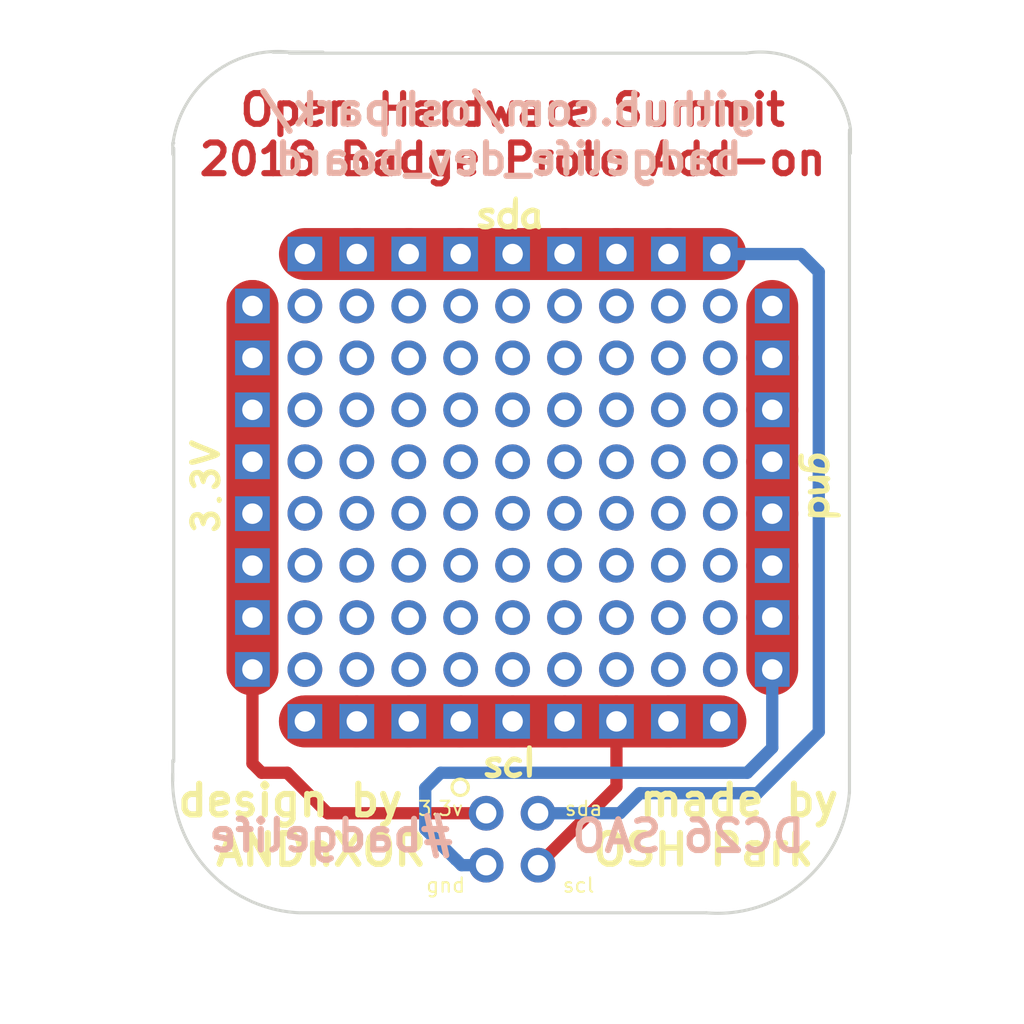
<source format=kicad_pcb>
(kicad_pcb (version 4) (host pcbnew 4.0.6+dfsg1-1)

  (general
    (links 34)
    (no_connects 0)
    (area 111.81808 140.890165 145.125001 183.198408)
    (thickness 1.6)
    (drawings 44)
    (tracks 55)
    (zones 0)
    (modules 13)
    (nets 5)
  )

  (page A4)
  (layers
    (0 F.Cu signal)
    (31 B.Cu signal hide)
    (32 B.Adhes user)
    (33 F.Adhes user)
    (34 B.Paste user)
    (35 F.Paste user)
    (36 B.SilkS user)
    (37 F.SilkS user)
    (38 B.Mask user)
    (39 F.Mask user)
    (40 Dwgs.User user hide)
    (41 Cmts.User user hide)
    (42 Eco1.User user hide)
    (43 Eco2.User user hide)
    (44 Edge.Cuts user)
    (45 Margin user hide)
    (46 B.CrtYd user hide)
    (47 F.CrtYd user hide)
    (48 B.Fab user hide)
    (49 F.Fab user hide)
  )

  (setup
    (last_trace_width 0.15)
    (user_trace_width 0.6)
    (user_trace_width 2)
    (user_trace_width 2.54)
    (trace_clearance 0.2)
    (zone_clearance 0.508)
    (zone_45_only no)
    (trace_min 0.15)
    (segment_width 0.2)
    (edge_width 0.15)
    (via_size 0.6)
    (via_drill 0.33)
    (via_min_size 0.4)
    (via_min_drill 0.3)
    (uvia_size 0.3)
    (uvia_drill 0.1)
    (uvias_allowed no)
    (uvia_min_size 0.2)
    (uvia_min_drill 0.1)
    (pcb_text_width 0.3)
    (pcb_text_size 1.5 1.5)
    (mod_edge_width 0.15)
    (mod_text_size 1 1)
    (mod_text_width 0.15)
    (pad_size 1.7 1.7)
    (pad_drill 1)
    (pad_to_mask_clearance 0.2)
    (aux_axis_origin 0 0)
    (visible_elements FFFFFF7F)
    (pcbplotparams
      (layerselection 0x010fc_80000001)
      (usegerberextensions true)
      (excludeedgelayer true)
      (linewidth 0.100000)
      (plotframeref false)
      (viasonmask false)
      (mode 1)
      (useauxorigin false)
      (hpglpennumber 1)
      (hpglpenspeed 20)
      (hpglpendiameter 15)
      (hpglpenoverlay 2)
      (psnegative false)
      (psa4output false)
      (plotreference true)
      (plotvalue true)
      (plotinvisibletext false)
      (padsonsilk false)
      (subtractmaskfromsilk false)
      (outputformat 1)
      (mirror false)
      (drillshape 0)
      (scaleselection 1)
      (outputdirectory output/))
  )

  (net 0 "")
  (net 1 +3V3)
  (net 2 GND)
  (net 3 SDA)
  (net 4 SCL)

  (net_class Default "This is the default net class."
    (clearance 0.2)
    (trace_width 0.15)
    (via_dia 0.6)
    (via_drill 0.33)
    (uvia_dia 0.3)
    (uvia_drill 0.1)
    (add_net +3V3)
    (add_net GND)
    (add_net SCL)
    (add_net SDA)
  )

  (module mrmeeseeks:Badgelife-Shitty-2x2 (layer F.Cu) (tedit 5AC7D7CF) (tstamp 5AC7B485)
    (at 128.5 179.5)
    (descr "Through hole angled pin header, 2x02, 2.54mm pitch, 6mm pin length, double rows")
    (tags "Through hole angled pin header THT 2x02 2.54mm double row")
    (path /5AC7B4BF)
    (fp_text reference X1 (at 0 0) (layer F.Fab)
      (effects (font (size 1 1) (thickness 0.15)))
    )
    (fp_text value Badgelife_shitty_connector (at 0 4.2) (layer F.Fab)
      (effects (font (size 1 1) (thickness 0.15)))
    )
    (fp_text user sda (at 3.5 -1.5) (layer F.SilkS)
      (effects (font (size 0.7 0.7) (thickness 0.1)))
    )
    (fp_line (start -25 9) (end 25 9) (layer F.Fab) (width 0.1))
    (fp_circle (center -2.54 -2.54) (end -2.14 -2.54) (layer F.SilkS) (width 0.15))
    (fp_line (start -25 -41) (end -25 9) (layer F.Fab) (width 0.1))
    (fp_line (start 25 -41) (end 25 9) (layer F.Fab) (width 0.1))
    (fp_line (start -25 -41) (end 25 -41) (layer F.Fab) (width 0.1))
    (fp_text user scl (at 3.25 2.25) (layer F.SilkS)
      (effects (font (size 0.7 0.7) (thickness 0.1)))
    )
    (fp_text user gnd (at -3.25 2.25) (layer F.SilkS)
      (effects (font (size 0.7 0.7) (thickness 0.1)))
    )
    (fp_text user 3.3v (at -3.5 -1.5) (layer F.SilkS)
      (effects (font (size 0.7 0.7) (thickness 0.1)))
    )
    (pad 4 thru_hole circle (at 1.27 -1.27) (size 1.7 1.7) (drill 1) (layers *.Cu *.Mask)
      (net 3 SDA))
    (pad 3 thru_hole oval (at 1.27 1.27) (size 1.7 1.7) (drill 1) (layers *.Cu *.Mask)
      (net 4 SCL))
    (pad 1 thru_hole oval (at -1.27 -1.27) (size 1.7 1.7) (drill 1) (layers *.Cu *.Mask)
      (net 1 +3V3))
    (pad 2 thru_hole oval (at -1.27 1.27) (size 1.7 1.7) (drill 1) (layers *.Cu *.Mask)
      (net 2 GND))
  )

  (module mrmeeseeks:Pin_Header_Straight_2x09_Pitch2.54mm-NoSilk (layer F.Cu) (tedit 5AA33E7A) (tstamp 5AC7B4FD)
    (at 118.364 171.2 90)
    (descr "Through hole straight pin header, 2x09, 2.54mm pitch, double rows")
    (tags "Through hole pin header THT 2x09 2.54mm double row")
    (fp_text reference REF** (at 1.27 -2.33 90) (layer F.Fab) hide
      (effects (font (size 1 1) (thickness 0.15)))
    )
    (fp_text value Pin_Header_Straight_2x09_Pitch2.54mm (at 1.27 22.65 90) (layer F.Fab)
      (effects (font (size 1 1) (thickness 0.15)))
    )
    (fp_line (start -1.8 -1.8) (end -1.8 22.1) (layer F.CrtYd) (width 0.05))
    (fp_line (start -1.8 22.1) (end 4.35 22.1) (layer F.CrtYd) (width 0.05))
    (fp_line (start 4.35 22.1) (end 4.35 -1.8) (layer F.CrtYd) (width 0.05))
    (fp_line (start 4.35 -1.8) (end -1.8 -1.8) (layer F.CrtYd) (width 0.05))
    (fp_text user %R (at 1.27 10.16 180) (layer F.Fab)
      (effects (font (size 1 1) (thickness 0.15)))
    )
    (pad 1 thru_hole circle (at 0 0 90) (size 1.7 1.7) (drill 1) (layers *.Cu *.Mask))
    (pad 2 thru_hole oval (at 2.54 0 90) (size 1.7 1.7) (drill 1) (layers *.Cu *.Mask))
    (pad 3 thru_hole oval (at 0 2.54 90) (size 1.7 1.7) (drill 1) (layers *.Cu *.Mask))
    (pad 4 thru_hole oval (at 2.54 2.54 90) (size 1.7 1.7) (drill 1) (layers *.Cu *.Mask))
    (pad 5 thru_hole oval (at 0 5.08 90) (size 1.7 1.7) (drill 1) (layers *.Cu *.Mask))
    (pad 6 thru_hole oval (at 2.54 5.08 90) (size 1.7 1.7) (drill 1) (layers *.Cu *.Mask))
    (pad 7 thru_hole oval (at 0 7.62 90) (size 1.7 1.7) (drill 1) (layers *.Cu *.Mask))
    (pad 8 thru_hole oval (at 2.54 7.62 90) (size 1.7 1.7) (drill 1) (layers *.Cu *.Mask))
    (pad 9 thru_hole oval (at 0 10.16 90) (size 1.7 1.7) (drill 1) (layers *.Cu *.Mask))
    (pad 10 thru_hole oval (at 2.54 10.16 90) (size 1.7 1.7) (drill 1) (layers *.Cu *.Mask))
    (pad 11 thru_hole oval (at 0 12.7 90) (size 1.7 1.7) (drill 1) (layers *.Cu *.Mask))
    (pad 12 thru_hole oval (at 2.54 12.7 90) (size 1.7 1.7) (drill 1) (layers *.Cu *.Mask))
    (pad 13 thru_hole oval (at 0 15.24 90) (size 1.7 1.7) (drill 1) (layers *.Cu *.Mask))
    (pad 14 thru_hole oval (at 2.54 15.24 90) (size 1.7 1.7) (drill 1) (layers *.Cu *.Mask))
    (pad 15 thru_hole oval (at 0 17.78 90) (size 1.7 1.7) (drill 1) (layers *.Cu *.Mask))
    (pad 16 thru_hole oval (at 2.54 17.78 90) (size 1.7 1.7) (drill 1) (layers *.Cu *.Mask))
    (pad 17 thru_hole oval (at 0 20.32 90) (size 1.7 1.7) (drill 1) (layers *.Cu *.Mask))
    (pad 18 thru_hole oval (at 2.54 20.32 90) (size 1.7 1.7) (drill 1) (layers *.Cu *.Mask))
  )

  (module mrmeeseeks:Pin_Header_Straight_2x09_Pitch2.54mm-NoSilk (layer F.Cu) (tedit 5AA33E7A) (tstamp 5AC7B4E3)
    (at 118.364 166.1 90)
    (descr "Through hole straight pin header, 2x09, 2.54mm pitch, double rows")
    (tags "Through hole pin header THT 2x09 2.54mm double row")
    (fp_text reference REF** (at 1.27 -2.33 90) (layer F.Fab) hide
      (effects (font (size 1 1) (thickness 0.15)))
    )
    (fp_text value Pin_Header_Straight_2x09_Pitch2.54mm (at 1.27 22.65 90) (layer F.Fab)
      (effects (font (size 1 1) (thickness 0.15)))
    )
    (fp_line (start -1.8 -1.8) (end -1.8 22.1) (layer F.CrtYd) (width 0.05))
    (fp_line (start -1.8 22.1) (end 4.35 22.1) (layer F.CrtYd) (width 0.05))
    (fp_line (start 4.35 22.1) (end 4.35 -1.8) (layer F.CrtYd) (width 0.05))
    (fp_line (start 4.35 -1.8) (end -1.8 -1.8) (layer F.CrtYd) (width 0.05))
    (fp_text user %R (at 1.27 10.16 180) (layer F.Fab)
      (effects (font (size 1 1) (thickness 0.15)))
    )
    (pad 1 thru_hole circle (at 0 0 90) (size 1.7 1.7) (drill 1) (layers *.Cu *.Mask))
    (pad 2 thru_hole oval (at 2.54 0 90) (size 1.7 1.7) (drill 1) (layers *.Cu *.Mask))
    (pad 3 thru_hole oval (at 0 2.54 90) (size 1.7 1.7) (drill 1) (layers *.Cu *.Mask))
    (pad 4 thru_hole oval (at 2.54 2.54 90) (size 1.7 1.7) (drill 1) (layers *.Cu *.Mask))
    (pad 5 thru_hole oval (at 0 5.08 90) (size 1.7 1.7) (drill 1) (layers *.Cu *.Mask))
    (pad 6 thru_hole oval (at 2.54 5.08 90) (size 1.7 1.7) (drill 1) (layers *.Cu *.Mask))
    (pad 7 thru_hole oval (at 0 7.62 90) (size 1.7 1.7) (drill 1) (layers *.Cu *.Mask))
    (pad 8 thru_hole oval (at 2.54 7.62 90) (size 1.7 1.7) (drill 1) (layers *.Cu *.Mask))
    (pad 9 thru_hole oval (at 0 10.16 90) (size 1.7 1.7) (drill 1) (layers *.Cu *.Mask))
    (pad 10 thru_hole oval (at 2.54 10.16 90) (size 1.7 1.7) (drill 1) (layers *.Cu *.Mask))
    (pad 11 thru_hole oval (at 0 12.7 90) (size 1.7 1.7) (drill 1) (layers *.Cu *.Mask))
    (pad 12 thru_hole oval (at 2.54 12.7 90) (size 1.7 1.7) (drill 1) (layers *.Cu *.Mask))
    (pad 13 thru_hole oval (at 0 15.24 90) (size 1.7 1.7) (drill 1) (layers *.Cu *.Mask))
    (pad 14 thru_hole oval (at 2.54 15.24 90) (size 1.7 1.7) (drill 1) (layers *.Cu *.Mask))
    (pad 15 thru_hole oval (at 0 17.78 90) (size 1.7 1.7) (drill 1) (layers *.Cu *.Mask))
    (pad 16 thru_hole oval (at 2.54 17.78 90) (size 1.7 1.7) (drill 1) (layers *.Cu *.Mask))
    (pad 17 thru_hole oval (at 0 20.32 90) (size 1.7 1.7) (drill 1) (layers *.Cu *.Mask))
    (pad 18 thru_hole oval (at 2.54 20.32 90) (size 1.7 1.7) (drill 1) (layers *.Cu *.Mask))
  )

  (module mrmeeseeks:Pin_Header_Straight_2x09_Pitch2.54mm-NoSilk (layer F.Cu) (tedit 5AA33E7A) (tstamp 5AA4619B)
    (at 118.364 161.036 90)
    (descr "Through hole straight pin header, 2x09, 2.54mm pitch, double rows")
    (tags "Through hole pin header THT 2x09 2.54mm double row")
    (fp_text reference REF** (at 1.27 -2.33 90) (layer F.Fab) hide
      (effects (font (size 1 1) (thickness 0.15)))
    )
    (fp_text value Pin_Header_Straight_2x09_Pitch2.54mm (at 1.27 22.65 90) (layer F.Fab)
      (effects (font (size 1 1) (thickness 0.15)))
    )
    (fp_line (start -1.8 -1.8) (end -1.8 22.1) (layer F.CrtYd) (width 0.05))
    (fp_line (start -1.8 22.1) (end 4.35 22.1) (layer F.CrtYd) (width 0.05))
    (fp_line (start 4.35 22.1) (end 4.35 -1.8) (layer F.CrtYd) (width 0.05))
    (fp_line (start 4.35 -1.8) (end -1.8 -1.8) (layer F.CrtYd) (width 0.05))
    (fp_text user %R (at 1.27 10.16 180) (layer F.Fab)
      (effects (font (size 1 1) (thickness 0.15)))
    )
    (pad 1 thru_hole circle (at 0 0 90) (size 1.7 1.7) (drill 1) (layers *.Cu *.Mask))
    (pad 2 thru_hole oval (at 2.54 0 90) (size 1.7 1.7) (drill 1) (layers *.Cu *.Mask))
    (pad 3 thru_hole oval (at 0 2.54 90) (size 1.7 1.7) (drill 1) (layers *.Cu *.Mask))
    (pad 4 thru_hole oval (at 2.54 2.54 90) (size 1.7 1.7) (drill 1) (layers *.Cu *.Mask))
    (pad 5 thru_hole oval (at 0 5.08 90) (size 1.7 1.7) (drill 1) (layers *.Cu *.Mask))
    (pad 6 thru_hole oval (at 2.54 5.08 90) (size 1.7 1.7) (drill 1) (layers *.Cu *.Mask))
    (pad 7 thru_hole oval (at 0 7.62 90) (size 1.7 1.7) (drill 1) (layers *.Cu *.Mask))
    (pad 8 thru_hole oval (at 2.54 7.62 90) (size 1.7 1.7) (drill 1) (layers *.Cu *.Mask))
    (pad 9 thru_hole oval (at 0 10.16 90) (size 1.7 1.7) (drill 1) (layers *.Cu *.Mask))
    (pad 10 thru_hole oval (at 2.54 10.16 90) (size 1.7 1.7) (drill 1) (layers *.Cu *.Mask))
    (pad 11 thru_hole oval (at 0 12.7 90) (size 1.7 1.7) (drill 1) (layers *.Cu *.Mask))
    (pad 12 thru_hole oval (at 2.54 12.7 90) (size 1.7 1.7) (drill 1) (layers *.Cu *.Mask))
    (pad 13 thru_hole oval (at 0 15.24 90) (size 1.7 1.7) (drill 1) (layers *.Cu *.Mask))
    (pad 14 thru_hole oval (at 2.54 15.24 90) (size 1.7 1.7) (drill 1) (layers *.Cu *.Mask))
    (pad 15 thru_hole oval (at 0 17.78 90) (size 1.7 1.7) (drill 1) (layers *.Cu *.Mask))
    (pad 16 thru_hole oval (at 2.54 17.78 90) (size 1.7 1.7) (drill 1) (layers *.Cu *.Mask))
    (pad 17 thru_hole oval (at 0 20.32 90) (size 1.7 1.7) (drill 1) (layers *.Cu *.Mask))
    (pad 18 thru_hole oval (at 2.54 20.32 90) (size 1.7 1.7) (drill 1) (layers *.Cu *.Mask))
  )

  (module mrmeeseeks:Pin_Header_Straight_2x09_Pitch2.54mm-NoSilk (layer F.Cu) (tedit 5AA33E7A) (tstamp 5AA43AA4)
    (at 118.364 155.956 90)
    (descr "Through hole straight pin header, 2x09, 2.54mm pitch, double rows")
    (tags "Through hole pin header THT 2x09 2.54mm double row")
    (fp_text reference REF** (at 1.27 -2.33 90) (layer F.Fab) hide
      (effects (font (size 1 1) (thickness 0.15)))
    )
    (fp_text value Pin_Header_Straight_2x09_Pitch2.54mm (at 1.27 22.65 90) (layer F.Fab)
      (effects (font (size 1 1) (thickness 0.15)))
    )
    (fp_line (start -1.8 -1.8) (end -1.8 22.1) (layer F.CrtYd) (width 0.05))
    (fp_line (start -1.8 22.1) (end 4.35 22.1) (layer F.CrtYd) (width 0.05))
    (fp_line (start 4.35 22.1) (end 4.35 -1.8) (layer F.CrtYd) (width 0.05))
    (fp_line (start 4.35 -1.8) (end -1.8 -1.8) (layer F.CrtYd) (width 0.05))
    (fp_text user %R (at 1.27 10.16 180) (layer F.Fab)
      (effects (font (size 1 1) (thickness 0.15)))
    )
    (pad 1 thru_hole circle (at 0 0 90) (size 1.7 1.7) (drill 1) (layers *.Cu *.Mask))
    (pad 2 thru_hole oval (at 2.54 0 90) (size 1.7 1.7) (drill 1) (layers *.Cu *.Mask))
    (pad 3 thru_hole oval (at 0 2.54 90) (size 1.7 1.7) (drill 1) (layers *.Cu *.Mask))
    (pad 4 thru_hole oval (at 2.54 2.54 90) (size 1.7 1.7) (drill 1) (layers *.Cu *.Mask))
    (pad 5 thru_hole oval (at 0 5.08 90) (size 1.7 1.7) (drill 1) (layers *.Cu *.Mask))
    (pad 6 thru_hole oval (at 2.54 5.08 90) (size 1.7 1.7) (drill 1) (layers *.Cu *.Mask))
    (pad 7 thru_hole oval (at 0 7.62 90) (size 1.7 1.7) (drill 1) (layers *.Cu *.Mask))
    (pad 8 thru_hole oval (at 2.54 7.62 90) (size 1.7 1.7) (drill 1) (layers *.Cu *.Mask))
    (pad 9 thru_hole oval (at 0 10.16 90) (size 1.7 1.7) (drill 1) (layers *.Cu *.Mask))
    (pad 10 thru_hole oval (at 2.54 10.16 90) (size 1.7 1.7) (drill 1) (layers *.Cu *.Mask))
    (pad 11 thru_hole oval (at 0 12.7 90) (size 1.7 1.7) (drill 1) (layers *.Cu *.Mask))
    (pad 12 thru_hole oval (at 2.54 12.7 90) (size 1.7 1.7) (drill 1) (layers *.Cu *.Mask))
    (pad 13 thru_hole oval (at 0 15.24 90) (size 1.7 1.7) (drill 1) (layers *.Cu *.Mask))
    (pad 14 thru_hole oval (at 2.54 15.24 90) (size 1.7 1.7) (drill 1) (layers *.Cu *.Mask))
    (pad 15 thru_hole oval (at 0 17.78 90) (size 1.7 1.7) (drill 1) (layers *.Cu *.Mask))
    (pad 16 thru_hole oval (at 2.54 17.78 90) (size 1.7 1.7) (drill 1) (layers *.Cu *.Mask))
    (pad 17 thru_hole oval (at 0 20.32 90) (size 1.7 1.7) (drill 1) (layers *.Cu *.Mask))
    (pad 18 thru_hole oval (at 2.54 20.32 90) (size 1.7 1.7) (drill 1) (layers *.Cu *.Mask))
  )

  (module mrmeeseeks:Power_Rail-01x08 (layer F.Cu) (tedit 5AC7D1EA) (tstamp 5AC7B6D2)
    (at 115.7986 153.416)
    (descr "Through hole straight pin header, 1x07, 2.54mm pitch, single row")
    (tags "Through hole pin header THT 1x07 2.54mm single row")
    (path /5AC7BCC7)
    (fp_text reference J1 (at 0 -2.33) (layer F.Fab) hide
      (effects (font (size 1 1) (thickness 0.15)))
    )
    (fp_text value Conn_01x08 (at 0 17.57) (layer F.Fab)
      (effects (font (size 1 1) (thickness 0.15)))
    )
    (fp_line (start -1.8 -1.8) (end -1.8 19.59) (layer F.CrtYd) (width 0.05))
    (fp_line (start -1.8 19.59) (end 1.8 19.59) (layer F.CrtYd) (width 0.05))
    (fp_line (start 1.8 19.59) (end 1.8 -1.8) (layer F.CrtYd) (width 0.05))
    (fp_line (start 1.8 -1.8) (end -1.8 -1.8) (layer F.CrtYd) (width 0.05))
    (fp_text user %R (at 0 7.62 90) (layer F.Fab)
      (effects (font (size 1 1) (thickness 0.15)))
    )
    (pad 1 thru_hole rect (at 0 0) (size 1.7 1.7) (drill 1) (layers *.Cu *.Mask)
      (net 1 +3V3) (solder_mask_margin 0.1))
    (pad 2 thru_hole rect (at 0 2.54) (size 1.7 1.7) (drill 1) (layers *.Cu *.Mask)
      (net 1 +3V3) (solder_mask_margin 0.1))
    (pad 3 thru_hole rect (at 0 5.08) (size 1.7 1.7) (drill 1) (layers *.Cu *.Mask)
      (net 1 +3V3) (solder_mask_margin 0.1))
    (pad 4 thru_hole rect (at 0 7.62) (size 1.7 1.7) (drill 1) (layers *.Cu *.Mask)
      (net 1 +3V3) (solder_mask_margin 0.1))
    (pad 5 thru_hole rect (at 0 10.16) (size 1.7 1.7) (drill 1) (layers *.Cu *.Mask)
      (net 1 +3V3) (solder_mask_margin 0.1))
    (pad 6 thru_hole rect (at 0 12.7) (size 1.7 1.7) (drill 1) (layers *.Cu *.Mask)
      (net 1 +3V3) (solder_mask_margin 0.1))
    (pad 7 thru_hole rect (at 0 15.24) (size 1.7 1.7) (drill 1) (layers *.Cu *.Mask)
      (net 1 +3V3) (solder_mask_margin 0.1))
    (pad 8 thru_hole rect (at 0 17.78) (size 1.7 1.7) (drill 1) (layers *.Cu *.Mask)
      (net 1 +3V3) (solder_mask_margin 0.1))
  )

  (module mrmeeseeks:Power_Rail-01x08 (layer F.Cu) (tedit 5AC7D1EA) (tstamp 5AC7B6DE)
    (at 141.224 153.416)
    (descr "Through hole straight pin header, 1x07, 2.54mm pitch, single row")
    (tags "Through hole pin header THT 1x07 2.54mm single row")
    (path /5AC7BC88)
    (fp_text reference J2 (at 0 -2.33) (layer F.Fab) hide
      (effects (font (size 1 1) (thickness 0.15)))
    )
    (fp_text value Conn_01x08 (at 0 17.57) (layer F.Fab)
      (effects (font (size 1 1) (thickness 0.15)))
    )
    (fp_line (start -1.8 -1.8) (end -1.8 19.59) (layer F.CrtYd) (width 0.05))
    (fp_line (start -1.8 19.59) (end 1.8 19.59) (layer F.CrtYd) (width 0.05))
    (fp_line (start 1.8 19.59) (end 1.8 -1.8) (layer F.CrtYd) (width 0.05))
    (fp_line (start 1.8 -1.8) (end -1.8 -1.8) (layer F.CrtYd) (width 0.05))
    (fp_text user %R (at 0 7.62 90) (layer F.Fab)
      (effects (font (size 1 1) (thickness 0.15)))
    )
    (pad 1 thru_hole rect (at 0 0) (size 1.7 1.7) (drill 1) (layers *.Cu *.Mask)
      (net 2 GND) (solder_mask_margin 0.1))
    (pad 2 thru_hole rect (at 0 2.54) (size 1.7 1.7) (drill 1) (layers *.Cu *.Mask)
      (net 2 GND) (solder_mask_margin 0.1))
    (pad 3 thru_hole rect (at 0 5.08) (size 1.7 1.7) (drill 1) (layers *.Cu *.Mask)
      (net 2 GND) (solder_mask_margin 0.1))
    (pad 4 thru_hole rect (at 0 7.62) (size 1.7 1.7) (drill 1) (layers *.Cu *.Mask)
      (net 2 GND) (solder_mask_margin 0.1))
    (pad 5 thru_hole rect (at 0 10.16) (size 1.7 1.7) (drill 1) (layers *.Cu *.Mask)
      (net 2 GND) (solder_mask_margin 0.1))
    (pad 6 thru_hole rect (at 0 12.7) (size 1.7 1.7) (drill 1) (layers *.Cu *.Mask)
      (net 2 GND) (solder_mask_margin 0.1))
    (pad 7 thru_hole rect (at 0 15.24) (size 1.7 1.7) (drill 1) (layers *.Cu *.Mask)
      (net 2 GND) (solder_mask_margin 0.1))
    (pad 8 thru_hole rect (at 0 17.78) (size 1.7 1.7) (drill 1) (layers *.Cu *.Mask)
      (net 2 GND) (solder_mask_margin 0.1))
  )

  (module mrmeeseeks:Power_Rail-01x09 (layer F.Cu) (tedit 5AC7D21B) (tstamp 5AC7B6EB)
    (at 118.364 150.876 90)
    (descr "Through hole straight pin header, 1x07, 2.54mm pitch, single row")
    (tags "Through hole pin header THT 1x07 2.54mm single row")
    (path /5AC7B62F)
    (fp_text reference J3 (at 0 -2.33 90) (layer F.Fab) hide
      (effects (font (size 1 1) (thickness 0.15)))
    )
    (fp_text value Conn_01x09 (at 0 17.57 90) (layer F.Fab)
      (effects (font (size 1 1) (thickness 0.15)))
    )
    (fp_line (start -1.8 -1.8) (end -1.8 22.13) (layer F.CrtYd) (width 0.05))
    (fp_line (start -1.8 22.13) (end 1.8 22.13) (layer F.CrtYd) (width 0.05))
    (fp_line (start 1.8 22.13) (end 1.8 -1.8) (layer F.CrtYd) (width 0.05))
    (fp_line (start 1.8 -1.8) (end -1.8 -1.8) (layer F.CrtYd) (width 0.05))
    (fp_text user %R (at 0 7.62 180) (layer F.Fab)
      (effects (font (size 1 1) (thickness 0.15)))
    )
    (pad 1 thru_hole rect (at 0 0 90) (size 1.7 1.7) (drill 1) (layers *.Cu *.Mask)
      (net 3 SDA) (solder_mask_margin 0.1))
    (pad 2 thru_hole rect (at 0 2.54 90) (size 1.7 1.7) (drill 1) (layers *.Cu *.Mask)
      (net 3 SDA) (solder_mask_margin 0.1))
    (pad 3 thru_hole rect (at 0 5.08 90) (size 1.7 1.7) (drill 1) (layers *.Cu *.Mask)
      (net 3 SDA) (solder_mask_margin 0.1))
    (pad 4 thru_hole rect (at 0 7.62 90) (size 1.7 1.7) (drill 1) (layers *.Cu *.Mask)
      (net 3 SDA) (solder_mask_margin 0.1))
    (pad 5 thru_hole rect (at 0 10.16 90) (size 1.7 1.7) (drill 1) (layers *.Cu *.Mask)
      (net 3 SDA) (solder_mask_margin 0.1))
    (pad 6 thru_hole rect (at 0 12.7 90) (size 1.7 1.7) (drill 1) (layers *.Cu *.Mask)
      (net 3 SDA) (solder_mask_margin 0.1))
    (pad 7 thru_hole rect (at 0 15.24 90) (size 1.7 1.7) (drill 1) (layers *.Cu *.Mask)
      (net 3 SDA) (solder_mask_margin 0.1))
    (pad 8 thru_hole rect (at 0 17.78 90) (size 1.7 1.7) (drill 1) (layers *.Cu *.Mask)
      (net 3 SDA) (solder_mask_margin 0.1))
    (pad 9 thru_hole rect (at 0 20.32 90) (size 1.7 1.7) (drill 1) (layers *.Cu *.Mask)
      (net 3 SDA) (solder_mask_margin 0.1))
  )

  (module mrmeeseeks:Power_Rail-01x09 (layer F.Cu) (tedit 5AC7D21B) (tstamp 5AC7B6F8)
    (at 118.364 173.736 90)
    (descr "Through hole straight pin header, 1x07, 2.54mm pitch, single row")
    (tags "Through hole pin header THT 1x07 2.54mm single row")
    (path /5AC7B83F)
    (fp_text reference J4 (at 0 -2.33 90) (layer F.Fab) hide
      (effects (font (size 1 1) (thickness 0.15)))
    )
    (fp_text value Conn_01x09 (at 0 17.57 90) (layer F.Fab)
      (effects (font (size 1 1) (thickness 0.15)))
    )
    (fp_line (start -1.8 -1.8) (end -1.8 22.13) (layer F.CrtYd) (width 0.05))
    (fp_line (start -1.8 22.13) (end 1.8 22.13) (layer F.CrtYd) (width 0.05))
    (fp_line (start 1.8 22.13) (end 1.8 -1.8) (layer F.CrtYd) (width 0.05))
    (fp_line (start 1.8 -1.8) (end -1.8 -1.8) (layer F.CrtYd) (width 0.05))
    (fp_text user %R (at 0 7.62 180) (layer F.Fab)
      (effects (font (size 1 1) (thickness 0.15)))
    )
    (pad 1 thru_hole rect (at 0 0 90) (size 1.7 1.7) (drill 1) (layers *.Cu *.Mask)
      (net 4 SCL) (solder_mask_margin 0.1))
    (pad 2 thru_hole rect (at 0 2.54 90) (size 1.7 1.7) (drill 1) (layers *.Cu *.Mask)
      (net 4 SCL) (solder_mask_margin 0.1))
    (pad 3 thru_hole rect (at 0 5.08 90) (size 1.7 1.7) (drill 1) (layers *.Cu *.Mask)
      (net 4 SCL) (solder_mask_margin 0.1))
    (pad 4 thru_hole rect (at 0 7.62 90) (size 1.7 1.7) (drill 1) (layers *.Cu *.Mask)
      (net 4 SCL) (solder_mask_margin 0.1))
    (pad 5 thru_hole rect (at 0 10.16 90) (size 1.7 1.7) (drill 1) (layers *.Cu *.Mask)
      (net 4 SCL) (solder_mask_margin 0.1))
    (pad 6 thru_hole rect (at 0 12.7 90) (size 1.7 1.7) (drill 1) (layers *.Cu *.Mask)
      (net 4 SCL) (solder_mask_margin 0.1))
    (pad 7 thru_hole rect (at 0 15.24 90) (size 1.7 1.7) (drill 1) (layers *.Cu *.Mask)
      (net 4 SCL) (solder_mask_margin 0.1))
    (pad 8 thru_hole rect (at 0 17.78 90) (size 1.7 1.7) (drill 1) (layers *.Cu *.Mask)
      (net 4 SCL) (solder_mask_margin 0.1))
    (pad 9 thru_hole rect (at 0 20.32 90) (size 1.7 1.7) (drill 1) (layers *.Cu *.Mask)
      (net 4 SCL) (solder_mask_margin 0.1))
  )

  (module mrmeeseeks:badgelife-shitty-label-3.3v (layer F.Cu) (tedit 0) (tstamp 5ACA1377)
    (at 113.4 162.2 90)
    (fp_text reference G*** (at 0 0 90) (layer F.SilkS) hide
      (effects (font (thickness 0.3)))
    )
    (fp_text value LOGO (at 0.75 0 90) (layer F.SilkS) hide
      (effects (font (thickness 0.3)))
    )
    (fp_poly (pts (xy -0.590635 0.689919) (xy -0.557475 0.747317) (xy -0.567652 0.818609) (xy -0.581498 0.842303)
      (xy -0.646567 0.892611) (xy -0.727929 0.897305) (xy -0.80826 0.856113) (xy -0.819091 0.846019)
      (xy -0.854673 0.780646) (xy -0.839618 0.718095) (xy -0.77886 0.671084) (xy -0.747137 0.660511)
      (xy -0.657174 0.657341) (xy -0.590635 0.689919)) (layer F.SilkS) (width 0.01))
    (fp_poly (pts (xy -1.662356 -0.69149) (xy -1.538111 -0.652478) (xy -1.420385 -0.584149) (xy -1.348558 -0.501879)
      (xy -1.312086 -0.391104) (xy -1.304546 -0.32987) (xy -1.300937 -0.235155) (xy -1.314372 -0.17056)
      (xy -1.351823 -0.110666) (xy -1.371186 -0.086952) (xy -1.418278 -0.025704) (xy -1.429972 0.010547)
      (xy -1.410687 0.036812) (xy -1.408186 0.038744) (xy -1.326114 0.134105) (xy -1.279176 0.26049)
      (xy -1.269896 0.402855) (xy -1.300799 0.546153) (xy -1.316744 0.583864) (xy -1.398362 0.69399)
      (xy -1.518153 0.776561) (xy -1.662673 0.826861) (xy -1.818478 0.840176) (xy -1.969383 0.812724)
      (xy -2.065798 0.762346) (xy -2.145295 0.688367) (xy -2.20065 0.603039) (xy -2.224637 0.518614)
      (xy -2.210031 0.447343) (xy -2.195689 0.428977) (xy -2.138215 0.397912) (xy -2.069555 0.4138)
      (xy -1.983491 0.478409) (xy -1.967173 0.493888) (xy -1.885668 0.560578) (xy -1.810278 0.589221)
      (xy -1.764005 0.592666) (xy -1.663128 0.56993) (xy -1.580556 0.510627) (xy -1.531373 0.428114)
      (xy -1.524 0.380111) (xy -1.549538 0.295211) (xy -1.616633 0.215179) (xy -1.711006 0.153154)
      (xy -1.801943 0.12441) (xy -1.914371 0.091153) (xy -1.97702 0.04075) (xy -1.990615 -0.018733)
      (xy -1.955878 -0.079231) (xy -1.873532 -0.132678) (xy -1.776037 -0.164443) (xy -1.660204 -0.196853)
      (xy -1.590923 -0.233099) (xy -1.558394 -0.280298) (xy -1.552222 -0.327019) (xy -1.575416 -0.396571)
      (xy -1.638428 -0.437661) (xy -1.731406 -0.448636) (xy -1.844496 -0.427843) (xy -1.934941 -0.39123)
      (xy -2.035305 -0.351941) (xy -2.105993 -0.353614) (xy -2.157603 -0.397662) (xy -2.172922 -0.42298)
      (xy -2.187395 -0.467597) (xy -2.169976 -0.509393) (xy -2.12097 -0.560425) (xy -1.984204 -0.651522)
      (xy -1.826666 -0.695948) (xy -1.662356 -0.69149)) (layer F.SilkS) (width 0.01))
    (fp_poly (pts (xy 0.397866 -0.69149) (xy 0.522111 -0.652478) (xy 0.639837 -0.584149) (xy 0.711664 -0.501879)
      (xy 0.748137 -0.391104) (xy 0.755677 -0.32987) (xy 0.759285 -0.235155) (xy 0.745851 -0.17056)
      (xy 0.708399 -0.110666) (xy 0.689036 -0.086952) (xy 0.641945 -0.025704) (xy 0.630251 0.010547)
      (xy 0.649536 0.036812) (xy 0.652036 0.038744) (xy 0.734109 0.134105) (xy 0.781046 0.26049)
      (xy 0.790326 0.402855) (xy 0.759423 0.546153) (xy 0.743478 0.583864) (xy 0.66186 0.69399)
      (xy 0.542069 0.776561) (xy 0.397549 0.826861) (xy 0.241745 0.840176) (xy 0.090839 0.812724)
      (xy -0.005576 0.762346) (xy -0.085073 0.688367) (xy -0.140428 0.603039) (xy -0.164415 0.518614)
      (xy -0.149809 0.447343) (xy -0.135467 0.428977) (xy -0.077993 0.397912) (xy -0.009333 0.4138)
      (xy 0.076731 0.478409) (xy 0.09305 0.493888) (xy 0.174555 0.560578) (xy 0.249944 0.589221)
      (xy 0.296217 0.592666) (xy 0.397095 0.56993) (xy 0.479666 0.510627) (xy 0.528849 0.428114)
      (xy 0.536222 0.380111) (xy 0.510684 0.295211) (xy 0.443589 0.215179) (xy 0.349216 0.153154)
      (xy 0.258279 0.12441) (xy 0.145851 0.091153) (xy 0.083202 0.04075) (xy 0.069607 -0.018733)
      (xy 0.104345 -0.079231) (xy 0.18669 -0.132678) (xy 0.284185 -0.164443) (xy 0.400018 -0.196853)
      (xy 0.469299 -0.233099) (xy 0.501828 -0.280298) (xy 0.508 -0.327019) (xy 0.484806 -0.396571)
      (xy 0.421794 -0.437661) (xy 0.328816 -0.448636) (xy 0.215726 -0.427843) (xy 0.125281 -0.39123)
      (xy 0.024917 -0.351941) (xy -0.045771 -0.353614) (xy -0.097381 -0.397662) (xy -0.112699 -0.42298)
      (xy -0.127172 -0.467597) (xy -0.109754 -0.509393) (xy -0.060747 -0.560425) (xy 0.076018 -0.651522)
      (xy 0.233556 -0.695948) (xy 0.397866 -0.69149)) (layer F.SilkS) (width 0.01))
    (fp_poly (pts (xy 2.153449 -0.674384) (xy 2.177191 -0.651082) (xy 2.205517 -0.611342) (xy 2.211908 -0.575288)
      (xy 2.194889 -0.523914) (xy 2.162081 -0.456327) (xy 2.130842 -0.388464) (xy 2.083659 -0.278843)
      (xy 2.025053 -0.13831) (xy 1.959546 0.022292) (xy 1.891661 0.192116) (xy 1.890761 0.19439)
      (xy 1.82464 0.357637) (xy 1.761887 0.50529) (xy 1.70659 0.628282) (xy 1.66284 0.717545)
      (xy 1.634727 0.764011) (xy 1.632998 0.76589) (xy 1.557209 0.812335) (xy 1.482424 0.80636)
      (xy 1.435053 0.769055) (xy 1.409639 0.734823) (xy 1.384944 0.691113) (xy 1.358279 0.630603)
      (xy 1.326954 0.545973) (xy 1.28828 0.429901) (xy 1.239568 0.275068) (xy 1.178126 0.074152)
      (xy 1.170442 0.048815) (xy 1.121341 -0.117914) (xy 1.078681 -0.271803) (xy 1.045129 -0.402488)
      (xy 1.023353 -0.499603) (xy 1.016 -0.551468) (xy 1.034687 -0.642203) (xy 1.08683 -0.691928)
      (xy 1.166546 -0.695128) (xy 1.168663 -0.694609) (xy 1.192971 -0.688152) (xy 1.212866 -0.678004)
      (xy 1.230984 -0.657375) (xy 1.249957 -0.619478) (xy 1.27242 -0.557523) (xy 1.301007 -0.46472)
      (xy 1.338351 -0.334281) (xy 1.387087 -0.159417) (xy 1.414152 -0.061847) (xy 1.463589 0.110744)
      (xy 1.501959 0.231494) (xy 1.530478 0.303653) (xy 1.550361 0.330473) (xy 1.558995 0.325562)
      (xy 1.577244 0.284535) (xy 1.611047 0.200929) (xy 1.656333 0.085089) (xy 1.709033 -0.05264)
      (xy 1.738066 -0.129609) (xy 1.794706 -0.277262) (xy 1.848176 -0.410767) (xy 1.893839 -0.518969)
      (xy 1.927059 -0.590713) (xy 1.937321 -0.609072) (xy 2.005055 -0.676804) (xy 2.081724 -0.699384)
      (xy 2.153449 -0.674384)) (layer F.SilkS) (width 0.01))
  )

  (module mrmeeseeks:badgelife-shitty-label-sda (layer F.Cu) (tedit 0) (tstamp 5ACAA0B0)
    (at 128.2 148.8)
    (fp_text reference G*** (at 0 0) (layer F.SilkS) hide
      (effects (font (thickness 0.3)))
    )
    (fp_text value LOGO (at 0.75 0) (layer F.SilkS) hide
      (effects (font (thickness 0.3)))
    )
    (fp_poly (pts (xy -0.714617 -0.189913) (xy -0.657038 -0.170794) (xy -0.636132 -0.15856) (xy -0.577841 -0.090163)
      (xy -0.565648 0.000674) (xy -0.59366 0.086522) (xy -0.639137 0.129278) (xy -0.696969 0.138997)
      (xy -0.743441 0.113842) (xy -0.751794 0.098777) (xy -0.788033 0.072725) (xy -0.858239 0.058422)
      (xy -0.94092 0.05712) (xy -1.014581 0.070071) (xy -1.040782 0.081943) (xy -1.065768 0.111266)
      (xy -1.048706 0.145346) (xy -0.985533 0.188204) (xy -0.881405 0.239662) (xy -0.731986 0.318617)
      (xy -0.633121 0.397882) (xy -0.579196 0.48333) (xy -0.564444 0.571007) (xy -0.582986 0.677028)
      (xy -0.631395 0.746849) (xy -0.732768 0.814165) (xy -0.866963 0.8572) (xy -1.014564 0.87306)
      (xy -1.156158 0.858849) (xy -1.227678 0.835775) (xy -1.329141 0.772911) (xy -1.376008 0.696409)
      (xy -1.378 0.643608) (xy -1.364264 0.607678) (xy -1.329633 0.587468) (xy -1.265217 0.582045)
      (xy -1.162125 0.590473) (xy -1.037394 0.60784) (xy -0.930439 0.612111) (xy -0.854432 0.590971)
      (xy -0.819579 0.547752) (xy -0.818444 0.536331) (xy -0.842064 0.514907) (xy -0.904482 0.477715)
      (xy -0.99304 0.432186) (xy -1.008944 0.42455) (xy -1.16886 0.338539) (xy -1.276245 0.255548)
      (xy -1.334489 0.170945) (xy -1.346987 0.080101) (xy -1.324096 -0.00567) (xy -1.269968 -0.083938)
      (xy -1.178463 -0.139442) (xy -1.043333 -0.174997) (xy -0.915067 -0.189858) (xy -0.795193 -0.195658)
      (xy -0.714617 -0.189913)) (layer F.SilkS) (width 0.01))
    (fp_poly (pts (xy 0.527695 -0.72827) (xy 0.549894 -0.706831) (xy 0.565668 -0.663569) (xy 0.575855 -0.592702)
      (xy 0.581291 -0.488449) (xy 0.582812 -0.345028) (xy 0.581256 -0.156659) (xy 0.577528 0.078525)
      (xy 0.572562 0.32179) (xy 0.56689 0.513131) (xy 0.56023 0.657067) (xy 0.552299 0.758117)
      (xy 0.542815 0.820799) (xy 0.531494 0.849633) (xy 0.529183 0.851614) (xy 0.455784 0.873433)
      (xy 0.388231 0.854881) (xy 0.377129 0.845617) (xy 0.328452 0.830782) (xy 0.27087 0.845617)
      (xy 0.13742 0.871969) (xy -0.013296 0.863734) (xy -0.155136 0.822408) (xy -0.158014 0.821113)
      (xy -0.285519 0.737545) (xy -0.369786 0.620525) (xy -0.413226 0.466312) (xy -0.418316 0.41715)
      (xy -0.414311 0.330815) (xy -0.184611 0.330815) (xy -0.182028 0.401171) (xy -0.147631 0.483402)
      (xy -0.093356 0.553725) (xy -0.060507 0.578092) (xy 0.057646 0.616574) (xy 0.173307 0.599474)
      (xy 0.228479 0.57247) (xy 0.273535 0.54149) (xy 0.298121 0.505016) (xy 0.308377 0.446131)
      (xy 0.310444 0.34792) (xy 0.310445 0.346692) (xy 0.306044 0.236998) (xy 0.290111 0.166285)
      (xy 0.258549 0.117578) (xy 0.254 0.112888) (xy 0.17441 0.067985) (xy 0.07643 0.059477)
      (xy -0.022557 0.082871) (xy -0.105169 0.133668) (xy -0.154021 0.207374) (xy -0.157171 0.219235)
      (xy -0.173462 0.288948) (xy -0.184611 0.330815) (xy -0.414311 0.330815) (xy -0.409557 0.22837)
      (xy -0.35584 0.068241) (xy -0.25976 -0.058868) (xy -0.123914 -0.148591) (xy -0.069449 -0.169699)
      (xy 0.05164 -0.190463) (xy 0.184476 -0.184665) (xy 0.289278 -0.156771) (xy 0.314001 -0.151075)
      (xy 0.328827 -0.167531) (xy 0.336272 -0.216243) (xy 0.338852 -0.307316) (xy 0.339083 -0.356814)
      (xy 0.348592 -0.52708) (xy 0.376663 -0.64519) (xy 0.423718 -0.712437) (xy 0.460676 -0.728803)
      (xy 0.498234 -0.733667) (xy 0.527695 -0.72827)) (layer F.SilkS) (width 0.01))
    (fp_poly (pts (xy 1.386014 -0.184169) (xy 1.487086 -0.151288) (xy 1.525076 -0.134056) (xy 1.651 -0.070556)
      (xy 1.640847 0.203878) (xy 1.638488 0.356454) (xy 1.645733 0.471065) (xy 1.664356 0.565645)
      (xy 1.682185 0.621505) (xy 1.71173 0.719483) (xy 1.715031 0.782735) (xy 1.703424 0.812737)
      (xy 1.644432 0.863146) (xy 1.572639 0.86309) (xy 1.526373 0.834703) (xy 1.489576 0.808611)
      (xy 1.447988 0.804975) (xy 1.380775 0.823492) (xy 1.355591 0.832229) (xy 1.197527 0.87014)
      (xy 1.059124 0.862089) (xy 0.959556 0.825456) (xy 0.862411 0.747578) (xy 0.789699 0.631447)
      (xy 0.745477 0.49145) (xy 0.738158 0.39771) (xy 0.999337 0.39771) (xy 1.023917 0.506835)
      (xy 1.066046 0.5715) (xy 1.139845 0.614472) (xy 1.242976 0.613297) (xy 1.310496 0.593365)
      (xy 1.344588 0.577792) (xy 1.365845 0.554673) (xy 1.377296 0.512051) (xy 1.381967 0.437969)
      (xy 1.382887 0.320469) (xy 1.382889 0.30745) (xy 1.382889 0.049059) (xy 1.280064 0.065745)
      (xy 1.163493 0.108321) (xy 1.074359 0.186086) (xy 1.017896 0.286671) (xy 0.999337 0.39771)
      (xy 0.738158 0.39771) (xy 0.733806 0.341974) (xy 0.758746 0.197405) (xy 0.77216 0.161371)
      (xy 0.853175 0.033319) (xy 0.972408 -0.076039) (xy 1.113719 -0.15573) (xy 1.260967 -0.194784)
      (xy 1.299298 -0.196936) (xy 1.386014 -0.184169)) (layer F.SilkS) (width 0.01))
  )

  (module mrmeeseeks:badgelife-shitty-label-scl (layer F.Cu) (tedit 0) (tstamp 5ACB2E0F)
    (at 128.4 175.7)
    (fp_text reference G*** (at 0 0) (layer F.SilkS) hide
      (effects (font (thickness 0.3)))
    )
    (fp_text value LOGO (at 0.75 0) (layer F.SilkS) hide
      (effects (font (thickness 0.3)))
    )
    (fp_poly (pts (xy -0.573506 -0.246358) (xy -0.515927 -0.227238) (xy -0.495021 -0.215004) (xy -0.43673 -0.146607)
      (xy -0.424537 -0.055771) (xy -0.452548 0.030077) (xy -0.498026 0.072833) (xy -0.555858 0.082553)
      (xy -0.60233 0.057397) (xy -0.610683 0.042333) (xy -0.646922 0.01628) (xy -0.717128 0.001977)
      (xy -0.799809 0.000675) (xy -0.87347 0.013626) (xy -0.899671 0.025499) (xy -0.924657 0.054821)
      (xy -0.907595 0.088902) (xy -0.844422 0.13176) (xy -0.740294 0.183218) (xy -0.590875 0.262172)
      (xy -0.49201 0.341438) (xy -0.438085 0.426885) (xy -0.423333 0.514562) (xy -0.441875 0.620583)
      (xy -0.490284 0.690405) (xy -0.591657 0.75772) (xy -0.725852 0.800756) (xy -0.873453 0.816616)
      (xy -1.015046 0.802405) (xy -1.086566 0.77933) (xy -1.18803 0.716467) (xy -1.234897 0.639965)
      (xy -1.236889 0.587164) (xy -1.223153 0.551234) (xy -1.188522 0.531024) (xy -1.124106 0.5256)
      (xy -1.021014 0.534029) (xy -0.896283 0.551395) (xy -0.789328 0.555667) (xy -0.713321 0.534526)
      (xy -0.678468 0.491308) (xy -0.677333 0.479887) (xy -0.700953 0.458462) (xy -0.763371 0.421271)
      (xy -0.851929 0.375741) (xy -0.867833 0.368105) (xy -1.027749 0.282095) (xy -1.135133 0.199103)
      (xy -1.193378 0.114501) (xy -1.205875 0.023657) (xy -1.182985 -0.062115) (xy -1.128857 -0.140382)
      (xy -1.037352 -0.195887) (xy -0.902221 -0.231442) (xy -0.773956 -0.246302) (xy -0.654081 -0.252103)
      (xy -0.573506 -0.246358)) (layer F.SilkS) (width 0.01))
    (fp_poly (pts (xy 0.321788 -0.233973) (xy 0.409222 -0.201409) (xy 0.519501 -0.13884) (xy 0.575805 -0.074855)
      (xy 0.580582 -0.006593) (xy 0.579444 -0.002798) (xy 0.536139 0.05579) (xy 0.46307 0.072175)
      (xy 0.370335 0.044114) (xy 0.369701 0.043787) (xy 0.258988 0.005072) (xy 0.164416 0.015187)
      (xy 0.080728 0.07653) (xy 0.002669 0.191497) (xy -0.01081 0.21732) (xy -0.050479 0.325443)
      (xy -0.044303 0.412316) (xy 0.00884 0.491127) (xy 0.012828 0.495171) (xy 0.08824 0.54706)
      (xy 0.180548 0.561964) (xy 0.300673 0.540557) (xy 0.372163 0.517316) (xy 0.457508 0.490594)
      (xy 0.50986 0.486995) (xy 0.547207 0.505418) (xy 0.548552 0.506521) (xy 0.590814 0.568282)
      (xy 0.580114 0.634975) (xy 0.519139 0.702107) (xy 0.410579 0.765182) (xy 0.387929 0.775034)
      (xy 0.223067 0.814873) (xy 0.056904 0.799026) (xy -0.059061 0.753871) (xy -0.161442 0.683013)
      (xy -0.235459 0.583809) (xy -0.250099 0.555983) (xy -0.296013 0.422399) (xy -0.296555 0.287682)
      (xy -0.250552 0.14161) (xy -0.189354 0.026001) (xy -0.079309 -0.121264) (xy 0.041814 -0.213398)
      (xy 0.175139 -0.250825) (xy 0.321788 -0.233973)) (layer F.SilkS) (width 0.01))
    (fp_poly (pts (xy 0.993276 -0.782114) (xy 1.038578 -0.756356) (xy 1.050034 -0.726479) (xy 1.058913 -0.659722)
      (xy 1.065402 -0.551971) (xy 1.069687 -0.399115) (xy 1.071955 -0.19704) (xy 1.072445 -0.010483)
      (xy 1.07202 0.213036) (xy 1.070489 0.386756) (xy 1.067459 0.517321) (xy 1.062544 0.61137)
      (xy 1.055352 0.675547) (xy 1.045494 0.716493) (xy 1.032582 0.740849) (xy 1.028095 0.745873)
      (xy 0.957118 0.785832) (xy 0.883909 0.778516) (xy 0.852311 0.756355) (xy 0.841316 0.71772)
      (xy 0.832309 0.632028) (xy 0.825289 0.508632) (xy 0.820257 0.356883) (xy 0.817213 0.186135)
      (xy 0.816156 0.00574) (xy 0.817088 -0.174951) (xy 0.820007 -0.346583) (xy 0.824913 -0.499806)
      (xy 0.831808 -0.625266) (xy 0.84069 -0.713611) (xy 0.851559 -0.755489) (xy 0.852311 -0.756356)
      (xy 0.916785 -0.78662) (xy 0.993276 -0.782114)) (layer F.SilkS) (width 0.01))
  )

  (module mrmeeseeks:badgelife-shitty-label-gnd (layer F.Cu) (tedit 0) (tstamp 5ACBBB48)
    (at 143.7 162.3 270)
    (fp_text reference G*** (at 0 0 270) (layer F.SilkS) hide
      (effects (font (thickness 0.3)))
    )
    (fp_text value LOGO (at 0.75 0 270) (layer F.SilkS) hide
      (effects (font (thickness 0.3)))
    )
    (fp_poly (pts (xy -0.89265 -0.299228) (xy -0.777602 -0.245637) (xy -0.710811 -0.185587) (xy -0.684307 -0.10766)
      (xy -0.689052 -0.007572) (xy -0.699181 0.071533) (xy -0.712888 0.191439) (xy -0.728478 0.33675)
      (xy -0.74426 0.492067) (xy -0.74646 0.514463) (xy -0.768203 0.70662) (xy -0.792999 0.851576)
      (xy -0.824374 0.95857) (xy -0.865852 1.036843) (xy -0.92096 1.095636) (xy -0.984877 1.139386)
      (xy -1.085083 1.177321) (xy -1.217127 1.200389) (xy -1.359024 1.207325) (xy -1.488788 1.196867)
      (xy -1.573389 1.173235) (xy -1.641929 1.128284) (xy -1.664899 1.070905) (xy -1.665111 1.063151)
      (xy -1.65395 0.99809) (xy -1.614872 0.959014) (xy -1.539486 0.942313) (xy -1.419403 0.944382)
      (xy -1.393475 0.94638) (xy -1.24831 0.950255) (xy -1.146239 0.93062) (xy -1.07719 0.882909)
      (xy -1.031089 0.802561) (xy -1.022443 0.77829) (xy -1.002245 0.70781) (xy -0.995333 0.664153)
      (xy -0.996696 0.659008) (xy -1.025824 0.663599) (xy -1.084722 0.687894) (xy -1.09869 0.694688)
      (xy -1.217292 0.725894) (xy -1.349081 0.717517) (xy -1.469506 0.67195) (xy -1.493334 0.656227)
      (xy -1.585033 0.556156) (xy -1.64336 0.422817) (xy -1.666137 0.269983) (xy -1.660255 0.207583)
      (xy -1.408281 0.207583) (xy -1.406269 0.316759) (xy -1.369254 0.406472) (xy -1.354667 0.423333)
      (xy -1.276742 0.472946) (xy -1.193464 0.467593) (xy -1.135007 0.435731) (xy -1.049209 0.341665)
      (xy -0.996468 0.204724) (xy -0.979016 0.061602) (xy -0.973667 -0.098778) (xy -1.063592 -0.107488)
      (xy -1.153111 -0.100176) (xy -1.24214 -0.070369) (xy -1.242204 -0.070336) (xy -1.322458 -0.002604)
      (xy -1.37908 0.095582) (xy -1.408281 0.207583) (xy -1.660255 0.207583) (xy -1.651189 0.111426)
      (xy -1.601611 -0.028921) (xy -1.503232 -0.164648) (xy -1.370334 -0.26371) (xy -1.214802 -0.321576)
      (xy -1.048523 -0.333713) (xy -0.89265 -0.299228)) (layer F.SilkS) (width 0.01))
    (fp_poly (pts (xy -0.381994 -0.347231) (xy -0.318779 -0.280138) (xy -0.292304 -0.231157) (xy -0.267678 -0.237773)
      (xy -0.210284 -0.26466) (xy -0.179833 -0.280546) (xy -0.046015 -0.329025) (xy 0.077077 -0.329507)
      (xy 0.180745 -0.283683) (xy 0.254853 -0.195963) (xy 0.271037 -0.141009) (xy 0.286277 -0.045804)
      (xy 0.299822 0.077138) (xy 0.310926 0.215306) (xy 0.318841 0.356188) (xy 0.322817 0.487273)
      (xy 0.322108 0.596049) (xy 0.315965 0.670003) (xy 0.308081 0.694292) (xy 0.249027 0.727987)
      (xy 0.175161 0.728618) (xy 0.116699 0.696035) (xy 0.093681 0.642482) (xy 0.072356 0.548422)
      (xy 0.054635 0.42979) (xy 0.042429 0.302524) (xy 0.03765 0.18256) (xy 0.04221 0.085833)
      (xy 0.042886 0.080646) (xy 0.045712 -0.020913) (xy 0.020299 -0.074254) (xy -0.032437 -0.078661)
      (xy -0.106916 -0.036935) (xy -0.207541 0.072389) (xy -0.275414 0.222093) (xy -0.307465 0.404548)
      (xy -0.309649 0.467077) (xy -0.314863 0.579054) (xy -0.328065 0.662332) (xy -0.344311 0.699911)
      (xy -0.407233 0.729948) (xy -0.481591 0.726472) (xy -0.53275 0.695628) (xy -0.551857 0.649087)
      (xy -0.565004 0.560462) (xy -0.572397 0.426163) (xy -0.574241 0.242601) (xy -0.571125 0.023182)
      (xy -0.565877 -0.12238) (xy -0.556741 -0.221664) (xy -0.542188 -0.284789) (xy -0.520685 -0.321872)
      (xy -0.518593 -0.324042) (xy -0.450403 -0.362606) (xy -0.381994 -0.347231)) (layer F.SilkS) (width 0.01))
    (fp_poly (pts (xy 1.402584 -0.869381) (xy 1.424783 -0.847942) (xy 1.440557 -0.80468) (xy 1.450744 -0.733813)
      (xy 1.45618 -0.62956) (xy 1.457701 -0.48614) (xy 1.456145 -0.29777) (xy 1.452417 -0.062586)
      (xy 1.447451 0.180679) (xy 1.441779 0.37202) (xy 1.435119 0.515956) (xy 1.427188 0.617006)
      (xy 1.417704 0.679688) (xy 1.406383 0.708522) (xy 1.404071 0.710503) (xy 1.330673 0.732322)
      (xy 1.26312 0.71377) (xy 1.252018 0.704506) (xy 1.203341 0.689671) (xy 1.145758 0.704506)
      (xy 1.012308 0.730858) (xy 0.861593 0.722623) (xy 0.719752 0.681297) (xy 0.716875 0.680002)
      (xy 0.58937 0.596434) (xy 0.505103 0.479414) (xy 0.461663 0.325201) (xy 0.456573 0.276038)
      (xy 0.460578 0.189704) (xy 0.690278 0.189704) (xy 0.692861 0.26006) (xy 0.727258 0.342291)
      (xy 0.781533 0.412614) (xy 0.814382 0.436981) (xy 0.932535 0.475463) (xy 1.048196 0.458363)
      (xy 1.103368 0.431359) (xy 1.148424 0.400379) (xy 1.17301 0.363905) (xy 1.183266 0.30502)
      (xy 1.185333 0.206809) (xy 1.185333 0.205581) (xy 1.180933 0.095887) (xy 1.165 0.025173)
      (xy 1.133438 -0.023533) (xy 1.128889 -0.028223) (xy 1.049299 -0.073126) (xy 0.951319 -0.081634)
      (xy 0.852331 -0.058241) (xy 0.76972 -0.007443) (xy 0.720868 0.066263) (xy 0.717718 0.078124)
      (xy 0.701427 0.147836) (xy 0.690278 0.189704) (xy 0.460578 0.189704) (xy 0.465332 0.087259)
      (xy 0.519049 -0.07287) (xy 0.615129 -0.199979) (xy 0.750975 -0.289702) (xy 0.80544 -0.31081)
      (xy 0.926529 -0.331574) (xy 1.059365 -0.325776) (xy 1.164167 -0.297882) (xy 1.18889 -0.292186)
      (xy 1.203716 -0.308642) (xy 1.211161 -0.357355) (xy 1.213741 -0.448427) (xy 1.213972 -0.497925)
      (xy 1.223481 -0.668191) (xy 1.251551 -0.786301) (xy 1.298607 -0.853548) (xy 1.335565 -0.869914)
      (xy 1.373123 -0.874778) (xy 1.402584 -0.869381)) (layer F.SilkS) (width 0.01))
  )

  (gr_text "DC26 SAO" (at 137.12 179.35) (layer B.SilkS)
    (effects (font (size 1.5 1.5) (thickness 0.3)) (justify mirror))
  )
  (gr_text "#badgelife" (at 119.634 179.324) (layer B.SilkS)
    (effects (font (size 1.5 1.5) (thickness 0.3)) (justify mirror))
  )
  (gr_text "design by \nANDnXOR" (at 124.46 178.816) (layer F.SilkS)
    (effects (font (size 1.5 1.5) (thickness 0.3)) (justify right))
  )
  (gr_text "github.com/oshpark/\nbadgelife_dev_board" (at 128.33 145.02) (layer B.SilkS)
    (effects (font (size 1.5 1.5) (thickness 0.3)) (justify mirror))
  )
  (gr_text "  made by\nOSH Park" (at 132.3 178.81) (layer F.SilkS)
    (effects (font (size 1.5 1.5) (thickness 0.3)) (justify left))
  )
  (gr_text "Open Hardware Summit\n2018 Badge Proto Add-on" (at 128.524 145.034) (layer F.Mask)
    (effects (font (size 1.5 1.5) (thickness 0.3)))
  )
  (gr_text "Open Hardware Summit\n2018 Badge Proto Add-on" (at 128.524 145.034) (layer F.Cu)
    (effects (font (size 1.5 1.5) (thickness 0.3)))
  )
  (gr_line (start 145.05 145.95) (end 145.05 144.8) (angle 90) (layer Edge.Cuts) (width 0.15))
  (gr_line (start 116.8 141) (end 119.25 141) (angle 90) (layer Edge.Cuts) (width 0.15))
  (gr_line (start 116.8 141) (end 118.1 141) (angle 90) (layer Edge.Cuts) (width 0.15))
  (gr_line (start 111.9 145.45) (end 111.95 145.45) (angle 90) (layer Edge.Cuts) (width 0.15))
  (gr_line (start 111.9 146) (end 111.9 145.45) (angle 90) (layer Edge.Cuts) (width 0.15))
  (gr_line (start 138 183.1) (end 118.15 183.1) (angle 90) (layer Edge.Cuts) (width 0.15))
  (gr_line (start 145 145.3) (end 145 144.8) (angle 90) (layer Edge.Cuts) (width 0.15))
  (gr_line (start 111.95 145.7) (end 111.95 175.7) (angle 90) (layer Edge.Cuts) (width 0.15))
  (gr_line (start 145 144.95) (end 145 177.25) (angle 90) (layer Edge.Cuts) (width 0.15))
  (gr_arc (start 138.55 176.65) (end 145 177.2) (angle 90) (layer Edge.Cuts) (width 0.15))
  (gr_line (start 111.9 175.65) (end 111.9 176.65) (angle 90) (layer Edge.Cuts) (width 0.15))
  (gr_arc (start 118.4 176.6) (end 118.1 183.1) (angle 90) (layer Edge.Cuts) (width 0.15))
  (gr_line (start 117.6 141.05) (end 140 141.05) (angle 90) (layer Edge.Cuts) (width 0.15))
  (gr_arc (start 140.65 145.45) (end 139.95 141.05) (angle 90) (layer Edge.Cuts) (width 0.15))
  (gr_arc (start 117.05 146.15) (end 111.9 145.55) (angle 90) (layer Edge.Cuts) (width 0.15))
  (dimension 6.500769 (width 0.3) (layer Dwgs.User)
    (gr_text "6.501 mm" (at 99.902029 145.192277 270.881404) (layer Dwgs.User)
      (effects (font (size 1.5 1.5) (thickness 0.3)))
    )
    (feature1 (pts (xy 115.7 148.2) (xy 98.602189 148.463044)))
    (feature2 (pts (xy 115.6 141.7) (xy 98.502189 141.963044)))
    (crossbar (pts (xy 101.20187 141.92151) (xy 101.30187 148.42151)))
    (arrow1a (pts (xy 101.30187 148.42151) (xy 100.69819 147.30416)))
    (arrow1b (pts (xy 101.30187 148.42151) (xy 101.870893 147.286119)))
    (arrow2a (pts (xy 101.20187 141.92151) (xy 100.632847 143.056901)))
    (arrow2b (pts (xy 101.20187 141.92151) (xy 101.80555 143.03886)))
  )
  (dimension 27.2 (width 0.3) (layer Dwgs.User)
    (gr_text "27.200 mm" (at 128.5 138.85) (layer Dwgs.User)
      (effects (font (size 1.5 1.5) (thickness 0.3)))
    )
    (feature1 (pts (xy 142.1 149) (xy 142.1 137.5)))
    (feature2 (pts (xy 114.9 149) (xy 114.9 137.5)))
    (crossbar (pts (xy 114.9 140.2) (xy 142.1 140.2)))
    (arrow1a (pts (xy 142.1 140.2) (xy 140.973496 140.786421)))
    (arrow1b (pts (xy 142.1 140.2) (xy 140.973496 139.613579)))
    (arrow2a (pts (xy 114.9 140.2) (xy 116.026504 140.786421)))
    (arrow2b (pts (xy 114.9 140.2) (xy 116.026504 139.613579)))
  )
  (dimension 2.54 (width 0.3) (layer Dwgs.User)
    (gr_text "2.540 mm" (at 145.876 152.146 90) (layer Dwgs.User)
      (effects (font (size 1.5 1.5) (thickness 0.3)))
    )
    (feature1 (pts (xy 138.684 150.876) (xy 147.226 150.876)))
    (feature2 (pts (xy 138.684 153.416) (xy 147.226 153.416)))
    (crossbar (pts (xy 144.526 153.416) (xy 144.526 150.876)))
    (arrow1a (pts (xy 144.526 150.876) (xy 145.112421 152.002504)))
    (arrow1b (pts (xy 144.526 150.876) (xy 143.939579 152.002504)))
    (arrow2a (pts (xy 144.526 153.416) (xy 145.112421 152.289496)))
    (arrow2b (pts (xy 144.526 153.416) (xy 143.939579 152.289496)))
  )
  (dimension 2.54 (width 0.3) (layer Dwgs.User)
    (gr_text "2.540 mm" (at 145.622 172.466 270) (layer Dwgs.User)
      (effects (font (size 1.5 1.5) (thickness 0.3)))
    )
    (feature1 (pts (xy 138.684 173.736) (xy 146.972 173.736)))
    (feature2 (pts (xy 138.684 171.196) (xy 146.972 171.196)))
    (crossbar (pts (xy 144.272 171.196) (xy 144.272 173.736)))
    (arrow1a (pts (xy 144.272 173.736) (xy 143.685579 172.609496)))
    (arrow1b (pts (xy 144.272 173.736) (xy 144.858421 172.609496)))
    (arrow2a (pts (xy 144.272 171.196) (xy 143.685579 172.322504)))
    (arrow2b (pts (xy 144.272 171.196) (xy 144.858421 172.322504)))
  )
  (gr_line (start 141.224 155.956) (end 115.824 155.956) (layer Dwgs.User) (width 0.2) (tstamp 5AA36A8B))
  (gr_line (start 138.684 166.624) (end 138.684 169.164) (layer Dwgs.User) (width 0.2))
  (gr_line (start 136.144 166.37) (end 136.144 169.164) (layer Dwgs.User) (width 0.2))
  (gr_line (start 133.604 166.624) (end 133.604 175.768) (layer Dwgs.User) (width 0.2))
  (gr_line (start 138.684 158.496) (end 138.684 166.624) (layer Dwgs.User) (width 0.2))
  (gr_line (start 136.144 158.496) (end 136.144 166.37) (layer Dwgs.User) (width 0.2))
  (gr_line (start 133.604 158.496) (end 133.604 166.624) (layer Dwgs.User) (width 0.2))
  (gr_line (start 131.064 158.496) (end 131.064 175.514) (layer Dwgs.User) (width 0.2))
  (gr_line (start 128.524 158.496) (end 128.524 175.006) (layer Dwgs.User) (width 0.2))
  (gr_line (start 125.984 158.496) (end 125.984 175.514) (layer Dwgs.User) (width 0.2))
  (gr_line (start 123.444 158.496) (end 123.444 175.26) (layer Dwgs.User) (width 0.2))
  (gr_line (start 120.904 158.496) (end 120.904 175.26) (layer Dwgs.User) (width 0.2))
  (gr_line (start 141.224 168.656) (end 115.824 168.656) (layer Dwgs.User) (width 0.2))
  (gr_line (start 115.824 166.116) (end 141.224 166.116) (layer Dwgs.User) (width 0.2))
  (gr_line (start 141.224 163.576) (end 115.824 163.576) (layer Dwgs.User) (width 0.2))
  (gr_line (start 141.224 158.496) (end 115.824 158.496) (layer Dwgs.User) (width 0.2))
  (gr_line (start 118.364 153.416) (end 118.364 175.006) (layer Dwgs.User) (width 0.2))
  (gr_line (start 141.224 153.416) (end 115.824 153.416) (layer Dwgs.User) (width 0.2))

  (segment (start 116.25 176.25) (end 115.7986 175.7986) (width 0.6) (layer F.Cu) (net 1))
  (segment (start 115.7986 175.7986) (end 115.7986 171.196) (width 0.6) (layer F.Cu) (net 1))
  (segment (start 117.5 176.25) (end 116.25 176.25) (width 0.6) (layer F.Cu) (net 1))
  (segment (start 119.48 178.23) (end 117.5 176.25) (width 0.6) (layer F.Cu) (net 1))
  (segment (start 115.7986 171.196) (end 115.7986 168.656) (width 2.54) (layer F.Cu) (net 1))
  (segment (start 115.7986 166.116) (end 115.7986 168.656) (width 2.54) (layer F.Cu) (net 1))
  (segment (start 115.7986 163.576) (end 115.7986 166.116) (width 2.54) (layer F.Cu) (net 1))
  (segment (start 115.7986 161.036) (end 115.7986 163.576) (width 2.54) (layer F.Cu) (net 1))
  (segment (start 115.7986 158.496) (end 115.7986 161.036) (width 2.54) (layer F.Cu) (net 1))
  (segment (start 115.7986 155.956) (end 115.7986 158.496) (width 2.54) (layer F.Cu) (net 1))
  (segment (start 115.7986 153.416) (end 115.7986 155.956) (width 2.54) (layer F.Cu) (net 1))
  (segment (start 115.7986 171.196) (end 115.7986 153.416) (width 2.54) (layer F.Cu) (net 1))
  (segment (start 127.23 178.23) (end 119.48 178.23) (width 0.6) (layer F.Cu) (net 1))
  (segment (start 127.23 180.77) (end 126.027919 180.77) (width 0.6) (layer B.Cu) (net 2))
  (segment (start 140 176.25) (end 141.224 175.026) (width 0.6) (layer B.Cu) (net 2))
  (segment (start 141.224 175.026) (end 141.224 171.196) (width 0.6) (layer B.Cu) (net 2))
  (segment (start 125 176.25) (end 140 176.25) (width 0.6) (layer B.Cu) (net 2))
  (segment (start 124.25 177) (end 125 176.25) (width 0.6) (layer B.Cu) (net 2))
  (segment (start 124.25 179) (end 124.25 177) (width 0.6) (layer B.Cu) (net 2))
  (segment (start 125.75 180.5) (end 124.25 179) (width 0.6) (layer B.Cu) (net 2))
  (segment (start 125.757919 180.5) (end 125.75 180.5) (width 0.6) (layer B.Cu) (net 2))
  (segment (start 126.027919 180.77) (end 125.757919 180.5) (width 0.6) (layer B.Cu) (net 2))
  (segment (start 141.224 155.956) (end 141.224 153.416) (width 2.54) (layer F.Cu) (net 2))
  (segment (start 141.224 158.496) (end 141.224 155.956) (width 2.54) (layer F.Cu) (net 2))
  (segment (start 141.224 161.036) (end 141.224 158.496) (width 2.54) (layer F.Cu) (net 2))
  (segment (start 141.224 163.576) (end 141.224 161.036) (width 2.54) (layer F.Cu) (net 2))
  (segment (start 141.224 163.576) (end 141.224 166.116) (width 2.54) (layer F.Cu) (net 2))
  (segment (start 141.224 168.656) (end 141.224 166.116) (width 2.54) (layer F.Cu) (net 2))
  (segment (start 141.224 171.196) (end 141.224 168.656) (width 2.54) (layer F.Cu) (net 2))
  (segment (start 143.5 151.75) (end 142.626 150.876) (width 0.6) (layer B.Cu) (net 3))
  (segment (start 142.626 150.876) (end 138.684 150.876) (width 0.6) (layer B.Cu) (net 3))
  (segment (start 143.5 174.25) (end 143.5 151.75) (width 0.6) (layer B.Cu) (net 3))
  (segment (start 140.5 177.25) (end 143.5 174.25) (width 0.6) (layer B.Cu) (net 3))
  (segment (start 134.75 177.25) (end 140.5 177.25) (width 0.6) (layer B.Cu) (net 3))
  (segment (start 133.77 178.23) (end 134.75 177.25) (width 0.6) (layer B.Cu) (net 3))
  (segment (start 120.904 150.876) (end 118.364 150.876) (width 2.54) (layer F.Cu) (net 3))
  (segment (start 123.444 150.876) (end 120.904 150.876) (width 2.54) (layer F.Cu) (net 3))
  (segment (start 125.984 150.876) (end 123.444 150.876) (width 2.54) (layer F.Cu) (net 3))
  (segment (start 128.524 150.876) (end 125.984 150.876) (width 2.54) (layer F.Cu) (net 3))
  (segment (start 131.064 150.876) (end 128.524 150.876) (width 2.54) (layer F.Cu) (net 3))
  (segment (start 133.604 150.876) (end 131.064 150.876) (width 2.54) (layer F.Cu) (net 3))
  (segment (start 136.144 150.876) (end 133.604 150.876) (width 2.54) (layer F.Cu) (net 3))
  (segment (start 138.684 150.876) (end 136.144 150.876) (width 2.54) (layer F.Cu) (net 3))
  (segment (start 129.77 178.23) (end 133.77 178.23) (width 0.6) (layer B.Cu) (net 3))
  (segment (start 129.77 180.77) (end 133.604 176.936) (width 0.6) (layer F.Cu) (net 4))
  (segment (start 133.604 176.936) (end 133.604 173.736) (width 0.6) (layer F.Cu) (net 4))
  (segment (start 136.144 173.736) (end 138.684 173.736) (width 2.54) (layer F.Cu) (net 4))
  (segment (start 133.604 173.736) (end 136.144 173.736) (width 2.54) (layer F.Cu) (net 4))
  (segment (start 133.604 173.736) (end 131.064 173.736) (width 2.54) (layer F.Cu) (net 4))
  (segment (start 128.524 173.736) (end 131.064 173.736) (width 2.54) (layer F.Cu) (net 4))
  (segment (start 125.984 173.736) (end 128.524 173.736) (width 2.54) (layer F.Cu) (net 4))
  (segment (start 123.444 173.736) (end 125.984 173.736) (width 2.54) (layer F.Cu) (net 4))
  (segment (start 120.904 173.736) (end 123.444 173.736) (width 2.54) (layer F.Cu) (net 4))
  (segment (start 118.364 173.736) (end 120.904 173.736) (width 2.54) (layer F.Cu) (net 4))
  (segment (start 118.364 173.736) (end 138.684 173.736) (width 2.54) (layer F.Cu) (net 4))

)

</source>
